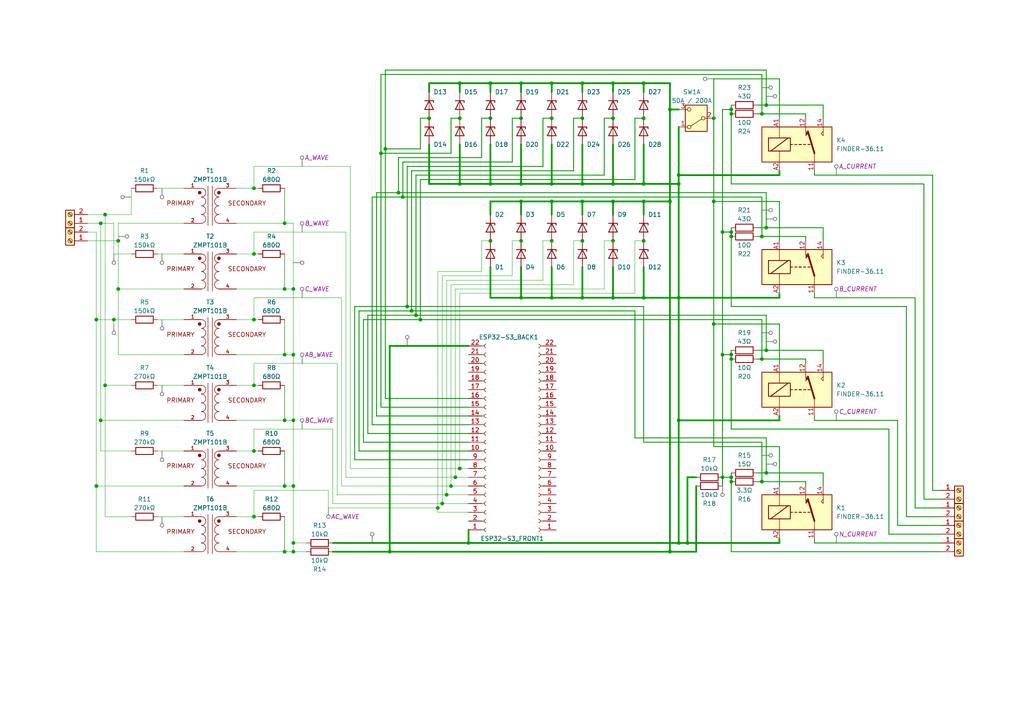
<source format=kicad_sch>
(kicad_sch (version 20230121) (generator eeschema)
  (paper "A4")
  (junction (at 207.01 58.42))
  (junction (at 212.09 139.7))
  (junction (at 212.09 104.14))
  (junction (at 130.81 140.97))
  (junction (at 222.25 66.04))
  (junction (at 133.35 34.29))
  (junction (at 209.55 102.87))
  (junction (at 177.8 34.29))
  (junction (at 132.08 138.43))
  (junction (at 142.24 34.29))
  (junction (at 34.29 69.85))
  (junction (at 142.24 69.85))
  (junction (at 222.25 137.16))
  (junction (at 29.21 121.92))
  (junction (at 209.55 67.31))
  (junction (at 73.66 111.76))
  (junction (at 168.91 34.29))
  (junction (at 177.8 53.34))
  (junction (at 82.55 102.87))
  (junction (at 168.91 69.85))
  (junction (at 128.27 146.05))
  (junction (at 186.69 86.36))
  (junction (at 133.35 53.34))
  (junction (at 82.55 121.92))
  (junction (at 160.02 24.13))
  (junction (at 186.69 34.29))
  (junction (at 151.13 34.29))
  (junction (at 199.39 157.48))
  (junction (at 186.69 24.13))
  (junction (at 186.69 69.85))
  (junction (at 151.13 58.42))
  (junction (at 177.8 86.36))
  (junction (at 212.09 68.58))
  (junction (at 212.09 102.87))
  (junction (at 116.84 57.15))
  (junction (at 85.09 121.92))
  (junction (at 177.8 24.13))
  (junction (at 133.35 24.13))
  (junction (at 194.31 160.02))
  (junction (at 220.98 33.02))
  (junction (at 85.09 140.97))
  (junction (at 212.09 31.75))
  (junction (at 110.49 44.45))
  (junction (at 85.09 83.82))
  (junction (at 168.91 58.42))
  (junction (at 212.09 138.43))
  (junction (at 151.13 24.13))
  (junction (at 151.13 53.34))
  (junction (at 196.85 53.34))
  (junction (at 27.94 92.71))
  (junction (at 85.09 160.02))
  (junction (at 33.02 92.71))
  (junction (at 29.21 64.77))
  (junction (at 151.13 69.85))
  (junction (at 85.09 102.87))
  (junction (at 196.85 50.8))
  (junction (at 82.55 83.82))
  (junction (at 212.09 67.31))
  (junction (at 135.89 157.48))
  (junction (at 222.25 30.48))
  (junction (at 220.98 68.58))
  (junction (at 177.8 69.85))
  (junction (at 124.46 34.29))
  (junction (at 220.98 104.14))
  (junction (at 160.02 34.29))
  (junction (at 207.01 93.98))
  (junction (at 160.02 58.42))
  (junction (at 194.31 31.75))
  (junction (at 222.25 101.6))
  (junction (at 73.66 92.71))
  (junction (at 73.66 149.86))
  (junction (at 73.66 54.61))
  (junction (at 73.66 130.81))
  (junction (at 168.91 86.36))
  (junction (at 82.55 140.97))
  (junction (at 121.92 92.71))
  (junction (at 186.69 53.34))
  (junction (at 111.76 43.18))
  (junction (at 142.24 24.13))
  (junction (at 160.02 69.85))
  (junction (at 120.65 91.44))
  (junction (at 27.94 140.97))
  (junction (at 113.03 160.02))
  (junction (at 119.38 90.17))
  (junction (at 212.09 33.02))
  (junction (at 118.11 88.9))
  (junction (at 186.69 58.42))
  (junction (at 34.29 83.82))
  (junction (at 177.8 58.42))
  (junction (at 196.85 86.36))
  (junction (at 168.91 24.13))
  (junction (at 129.54 143.51))
  (junction (at 30.48 62.23))
  (junction (at 30.48 111.76))
  (junction (at 115.57 55.88))
  (junction (at 85.09 157.48))
  (junction (at 82.55 64.77))
  (junction (at 160.02 86.36))
  (junction (at 82.55 160.02))
  (junction (at 160.02 53.34))
  (junction (at 127 147.32))
  (junction (at 196.85 157.48))
  (junction (at 209.55 138.43))
  (junction (at 196.85 121.92))
  (junction (at 133.35 135.89))
  (junction (at 151.13 86.36))
  (junction (at 168.91 53.34))
  (junction (at 220.98 139.7))
  (junction (at 207.01 34.29))
  (junction (at 194.31 58.42))
  (junction (at 73.66 73.66))
  (junction (at 142.24 53.34))
  (wire (pts (xy 68.58 149.86) (xy 73.66 149.86)) (stroke (width 0.1)))
  (wire (pts (xy 207.01 22.86) (xy 226.06 22.86)) (stroke (width 0.25)))
  (wire (pts (xy 186.69 88.9) (xy 118.11 88.9)) (stroke (width 0.25)))
  (wire (pts (xy 120.65 50.8) (xy 175.26 50.8)) (stroke (width 0.25)))
  (wire (pts (xy 238.76 101.6) (xy 222.25 101.6)) (stroke (width 0.25)))
  (wire (pts (xy 82.55 149.86) (xy 82.55 160.02)))
  (wire (pts (xy 212.09 88.9) (xy 262.89 88.9)) (stroke (width 0.25)))
  (wire (pts (xy 119.38 90.17) (xy 104.14 90.17)) (stroke (width 0.25)))
  (wire (pts (xy 68.58 160.02) (xy 82.55 160.02)) (stroke (width 0.1)))
  (wire (pts (xy 184.15 85.09) (xy 184.15 69.85)) (stroke (width 0.1)))
  (wire (pts (xy 212.09 138.43) (xy 212.09 139.7)) (stroke (width 0.25)))
  (wire (pts (xy 267.97 53.34) (xy 267.97 144.78)) (stroke (width 0.25)))
  (wire (pts (xy 34.29 102.87) (xy 53.34 102.87)) (stroke (width 0.1)))
  (wire (pts (xy 148.59 69.85) (xy 151.13 69.85)) (stroke (width 0.1)))
  (wire (pts (xy 220.98 139.7) (xy 219.71 139.7)) (stroke (width 0.25)))
  (wire (pts (xy 186.69 24.13) (xy 177.8 24.13)) (stroke (width 0.5)))
  (wire (pts (xy 73.66 67.31) (xy 100.33 67.31)) (stroke (width 0.1)))
  (wire (pts (xy 107.95 57.15) (xy 107.95 123.19)) (stroke (width 0.25)))
  (wire (pts (xy 29.21 64.77) (xy 29.21 121.92)) (stroke (width 0.1)))
  (wire (pts (xy 222.25 101.6) (xy 219.71 101.6)) (stroke (width 0.25)))
  (wire (pts (xy 139.7 69.85) (xy 142.24 69.85)) (stroke (width 0.1)))
  (wire (pts (xy 139.7 34.29) (xy 142.24 34.29)) (stroke (width 0.25)))
  (wire (pts (xy 85.09 121.92) (xy 82.55 121.92)) (stroke (width 0.1)))
  (wire (pts (xy 142.24 53.34) (xy 133.35 53.34)) (stroke (width 0.5)))
  (wire (pts (xy 168.91 58.42) (xy 168.91 62.23)) (stroke (width 0.5)))
  (wire (pts (xy 220.98 33.02) (xy 220.98 21.59)) (stroke (width 0.25)))
  (wire (pts (xy 209.55 138.43) (xy 209.55 140.97)))
  (wire (pts (xy 100.33 138.43) (xy 100.33 67.31)) (stroke (width 0.1)))
  (wire (pts (xy 34.29 64.77) (xy 34.29 69.85)) (stroke (width 0.1)))
  (wire (pts (xy 222.25 137.16) (xy 219.71 137.16)) (stroke (width 0.25)))
  (wire (pts (xy 128.27 146.05) (xy 96.52 146.05)) (stroke (width 0.1)))
  (wire (pts (xy 168.91 24.13) (xy 160.02 24.13)) (stroke (width 0.5)))
  (wire (pts (xy 151.13 41.91) (xy 151.13 53.34)) (stroke (width 0.5)))
  (wire (pts (xy 207.01 58.42) (xy 226.06 58.42)) (stroke (width 0.25)))
  (wire (pts (xy 68.58 130.81) (xy 73.66 130.81)) (stroke (width 0.1)))
  (wire (pts (xy 157.48 34.29) (xy 160.02 34.29)) (stroke (width 0.25)))
  (wire (pts (xy 177.8 86.36) (xy 177.8 77.47)) (stroke (width 0.5)))
  (wire (pts (xy 186.69 86.36) (xy 186.69 77.47)) (stroke (width 0.5)))
  (wire (pts (xy 207.01 34.29) (xy 207.01 58.42)) (stroke (width 0.25)))
  (wire (pts (xy 199.39 138.43) (xy 201.93 138.43)) (stroke (width 0.5)))
  (wire (pts (xy 127 148.59) (xy 135.89 148.59)) (stroke (width 0.1)))
  (wire (pts (xy 128.27 146.05) (xy 128.27 80.01)) (stroke (width 0.1)))
  (wire (pts (xy 260.35 152.4) (xy 273.05 152.4)) (stroke (width 0.25)))
  (wire (pts (xy 148.59 46.99) (xy 148.59 34.29)) (stroke (width 0.25)))
  (wire (pts (xy 142.24 24.13) (xy 142.24 26.67)) (stroke (width 0.5)))
  (wire (pts (xy 207.01 58.42) (xy 207.01 93.98)) (stroke (width 0.25)))
  (wire (pts (xy 127 78.74) (xy 139.7 78.74)) (stroke (width 0.1)))
  (wire (pts (xy 68.58 111.76) (xy 73.66 111.76)) (stroke (width 0.1)))
  (wire (pts (xy 135.89 140.97) (xy 130.81 140.97)) (stroke (width 0.1)))
  (wire (pts (xy 194.31 31.75) (xy 194.31 24.13)) (stroke (width 0.5)))
  (wire (pts (xy 33.02 73.66) (xy 38.1 73.66)) (stroke (width 0.1)))
  (wire (pts (xy 233.68 69.85) (xy 233.68 68.58)) (stroke (width 0.25)))
  (wire (pts (xy 132.08 83.82) (xy 175.26 83.82)) (stroke (width 0.1)))
  (wire (pts (xy 222.25 30.48) (xy 219.71 30.48)) (stroke (width 0.25)))
  (wire (pts (xy 119.38 90.17) (xy 119.38 49.53)) (stroke (width 0.25)))
  (wire (pts (xy 121.92 43.18) (xy 121.92 34.29)) (stroke (width 0.25)))
  (wire (pts (xy 95.25 142.24) (xy 95.25 147.32)) (stroke (width 0.1)))
  (wire (pts (xy 113.03 160.02) (xy 194.31 160.02)) (stroke (width 0.5)))
  (wire (pts (xy 96.52 157.48) (xy 135.89 157.48)) (stroke (width 0.5)))
  (wire (pts (xy 27.94 92.71) (xy 27.94 140.97)) (stroke (width 0.1)))
  (wire (pts (xy 82.55 140.97) (xy 68.58 140.97)) (stroke (width 0.1)))
  (wire (pts (xy 121.92 92.71) (xy 105.41 92.71)) (stroke (width 0.25)))
  (wire (pts (xy 102.87 133.35) (xy 135.89 133.35)) (stroke (width 0.25)))
  (wire (pts (xy 168.91 53.34) (xy 168.91 41.91)) (stroke (width 0.5)))
  (wire (pts (xy 196.85 86.36) (xy 226.06 86.36)) (stroke (width 0.5)))
  (wire (pts (xy 85.09 64.77) (xy 85.09 83.82)) (stroke (width 0.1)))
  (wire (pts (xy 118.11 88.9) (xy 118.11 48.26)) (stroke (width 0.25)))
  (wire (pts (xy 186.69 128.27) (xy 186.69 88.9)) (stroke (width 0.25)))
  (wire (pts (xy 73.66 142.24) (xy 73.66 149.86)) (stroke (width 0.1)))
  (wire (pts (xy 45.72 92.71) (xy 53.34 92.71)) (stroke (width 0.1)))
  (wire (pts (xy 120.65 91.44) (xy 106.68 91.44)) (stroke (width 0.25)))
  (wire (pts (xy 151.13 24.13) (xy 151.13 26.67)) (stroke (width 0.5)))
  (wire (pts (xy 111.76 115.57) (xy 135.89 115.57)) (stroke (width 0.25)))
  (wire (pts (xy 85.09 121.92) (xy 85.09 140.97)) (stroke (width 0.1)))
  (wire (pts (xy 121.92 92.71) (xy 121.92 52.07)) (stroke (width 0.25)))
  (wire (pts (xy 220.98 104.14) (xy 219.71 104.14)) (stroke (width 0.25)))
  (wire (pts (xy 30.48 62.23) (xy 38.1 62.23)) (stroke (width 0.1)))
  (wire (pts (xy 265.43 147.32) (xy 273.05 147.32)) (stroke (width 0.25)))
  (wire (pts (xy 45.72 111.76) (xy 53.34 111.76)) (stroke (width 0.1)))
  (wire (pts (xy 118.11 88.9) (xy 102.87 88.9)) (stroke (width 0.25)))
  (wire (pts (xy 82.55 83.82) (xy 68.58 83.82)) (stroke (width 0.1)))
  (wire (pts (xy 110.49 118.11) (xy 135.89 118.11)) (stroke (width 0.25)))
  (wire (pts (xy 207.01 93.98) (xy 207.01 129.54)) (stroke (width 0.25)))
  (wire (pts (xy 222.25 127) (xy 184.15 127)) (stroke (width 0.25)))
  (wire (pts (xy 88.9 157.48) (xy 85.09 157.48)) (stroke (width 0.1)))
  (wire (pts (xy 236.22 121.92) (xy 260.35 121.92)) (stroke (width 0.25)))
  (wire (pts (xy 212.09 66.04) (xy 212.09 67.31)) (stroke (width 0.25)))
  (wire (pts (xy 133.35 85.09) (xy 184.15 85.09)) (stroke (width 0.1)))
  (wire (pts (xy 209.55 140.97) (xy 209.55 138.43)) (stroke (width 0.25)))
  (wire (pts (xy 34.29 83.82) (xy 53.34 83.82)) (stroke (width 0.1)))
  (wire (pts (xy 151.13 53.34) (xy 142.24 53.34)) (stroke (width 0.5)))
  (wire (pts (xy 160.02 53.34) (xy 151.13 53.34)) (stroke (width 0.5)))
  (wire (pts (xy 184.15 127) (xy 184.15 90.17)) (stroke (width 0.25)))
  (wire (pts (xy 88.9 160.02) (xy 85.09 160.02)) (stroke (width 0.1)))
  (wire (pts (xy 212.09 104.14) (xy 212.09 102.87)))
  (wire (pts (xy 186.69 53.34) (xy 186.69 41.91)) (stroke (width 0.5)))
  (wire (pts (xy 186.69 58.42) (xy 186.69 62.23)) (stroke (width 0.5)))
  (wire (pts (xy 212.09 68.58) (xy 212.09 88.9)) (stroke (width 0.25)))
  (wire (pts (xy 116.84 57.15) (xy 116.84 46.99)) (stroke (width 0.25)))
  (wire (pts (xy 124.46 24.13) (xy 124.46 26.67)) (stroke (width 0.5)))
  (wire (pts (xy 82.55 64.77) (xy 68.58 64.77)) (stroke (width 0.1)))
  (wire (pts (xy 220.98 128.27) (xy 186.69 128.27)) (stroke (width 0.25)))
  (wire (pts (xy 128.27 80.01) (xy 148.59 80.01)) (stroke (width 0.1)))
  (wire (pts (xy 196.85 53.34) (xy 196.85 86.36)) (stroke (width 0.5)))
  (wire (pts (xy 73.66 48.26) (xy 101.6 48.26)) (stroke (width 0.1)))
  (wire (pts (xy 177.8 58.42) (xy 177.8 62.23)) (stroke (width 0.5)))
  (wire (pts (xy 265.43 86.36) (xy 265.43 147.32)) (stroke (width 0.25)))
  (wire (pts (xy 220.98 21.59) (xy 110.49 21.59)) (stroke (width 0.25)))
  (wire (pts (xy 30.48 111.76) (xy 30.48 149.86)) (stroke (width 0.1)))
  (wire (pts (xy 85.09 102.87) (xy 85.09 121.92)) (stroke (width 0.1)))
  (wire (pts (xy 73.66 67.31) (xy 73.66 73.66)) (stroke (width 0.1)))
  (wire (pts (xy 186.69 53.34) (xy 196.85 53.34)) (stroke (width 0.5)))
  (wire (pts (xy 132.08 138.43) (xy 100.33 138.43)) (stroke (width 0.1)))
  (wire (pts (xy 139.7 78.74) (xy 139.7 69.85)) (stroke (width 0.1)))
  (wire (pts (xy 142.24 41.91) (xy 142.24 53.34)) (stroke (width 0.5)))
  (wire (pts (xy 34.29 64.77) (xy 53.34 64.77)) (stroke (width 0.1)))
  (wire (pts (xy 130.81 44.45) (xy 130.81 34.29)) (stroke (width 0.25)))
  (wire (pts (xy 133.35 135.89) (xy 135.89 135.89)) (stroke (width 0.1)))
  (wire (pts (xy 73.66 105.41) (xy 97.79 105.41)) (stroke (width 0.1)))
  (wire (pts (xy 45.72 149.86) (xy 53.34 149.86)) (stroke (width 0.1)))
  (wire (pts (xy 106.68 125.73) (xy 135.89 125.73)) (stroke (width 0.25)))
  (wire (pts (xy 236.22 85.09) (xy 236.22 86.36)) (stroke (width 0.25)))
  (wire (pts (xy 160.02 58.42) (xy 160.02 62.23)) (stroke (width 0.5)))
  (wire (pts (xy 220.98 33.02) (xy 219.71 33.02)) (stroke (width 0.25)))
  (wire (pts (xy 168.91 58.42) (xy 177.8 58.42)) (stroke (width 0.5)))
  (wire (pts (xy 212.09 33.02) (xy 212.09 53.34)) (stroke (width 0.25)))
  (wire (pts (xy 129.54 81.28) (xy 157.48 81.28)) (stroke (width 0.1)))
  (wire (pts (xy 209.55 138.43) (xy 209.55 102.87)) (stroke (width 0.25)))
  (wire (pts (xy 262.89 88.9) (xy 262.89 149.86)) (stroke (width 0.25)))
  (wire (pts (xy 212.09 104.14) (xy 212.09 102.87)) (stroke (width 0.25)))
  (wire (pts (xy 73.66 48.26) (xy 73.66 54.61)) (stroke (width 0.1)))
  (wire (pts (xy 73.66 86.36) (xy 99.06 86.36)) (stroke (width 0.1)))
  (wire (pts (xy 33.02 93.98) (xy 33.02 92.71)) (stroke (width 0.1)))
  (wire (pts (xy 73.66 105.41) (xy 73.66 111.76)) (stroke (width 0.1)))
  (wire (pts (xy 166.37 82.55) (xy 166.37 69.85)) (stroke (width 0.1)))
  (wire (pts (xy 196.85 50.8) (xy 196.85 53.34)) (stroke (width 0.5)))
  (wire (pts (xy 212.09 104.14) (xy 212.09 124.46)) (stroke (width 0.25)))
  (wire (pts (xy 177.8 53.34) (xy 168.91 53.34)) (stroke (width 0.5)))
  (wire (pts (xy 82.55 92.71) (xy 82.55 102.87)))
  (wire (pts (xy 130.81 140.97) (xy 99.06 140.97)) (stroke (width 0.1)))
  (wire (pts (xy 238.76 137.16) (xy 222.25 137.16)) (stroke (width 0.25)))
  (wire (pts (xy 166.37 34.29) (xy 168.91 34.29)) (stroke (width 0.25)))
  (wire (pts (xy 209.55 102.87) (xy 212.09 102.87)) (stroke (width 0.25)))
  (wire (pts (xy 151.13 58.42) (xy 160.02 58.42)) (stroke (width 0.5)))
  (wire (pts (xy 209.55 138.43) (xy 212.09 138.43)) (stroke (width 0.25)))
  (wire (pts (xy 129.54 143.51) (xy 129.54 81.28)) (stroke (width 0.1)))
  (wire (pts (xy 130.81 82.55) (xy 166.37 82.55)) (stroke (width 0.1)))
  (wire (pts (xy 238.76 69.85) (xy 238.76 66.04)) (stroke (width 0.25)))
  (wire (pts (xy 212.09 53.34) (xy 267.97 53.34)) (stroke (width 0.25)))
  (wire (pts (xy 194.31 31.75) (xy 194.31 58.42)) (stroke (width 0.5)))
  (wire (pts (xy 236.22 49.53) (xy 236.22 50.8)) (stroke (width 0.25)))
  (wire (pts (xy 30.48 62.23) (xy 30.48 111.76)) (stroke (width 0.1)))
  (wire (pts (xy 105.41 128.27) (xy 135.89 128.27)) (stroke (width 0.25)))
  (wire (pts (xy 73.66 124.46) (xy 96.52 124.46)) (stroke (width 0.1)))
  (wire (pts (xy 196.85 157.48) (xy 196.85 121.92)) (stroke (width 0.5)))
  (wire (pts (xy 120.65 91.44) (xy 120.65 50.8)) (stroke (width 0.25)))
  (wire (pts (xy 226.06 22.86) (xy 226.06 34.29)) (stroke (width 0.25)))
  (wire (pts (xy 270.51 50.8) (xy 270.51 142.24)) (stroke (width 0.25)))
  (wire (pts (xy 132.08 138.43) (xy 132.08 83.82)) (stroke (width 0.1)))
  (wire (pts (xy 142.24 86.36) (xy 151.13 86.36)) (stroke (width 0.5)))
  (wire (pts (xy 236.22 157.48) (xy 273.05 157.48)) (stroke (width 0.25)))
  (wire (pts (xy 133.35 24.13) (xy 124.46 24.13)) (stroke (width 0.5)))
  (wire (pts (xy 85.09 83.82) (xy 82.55 83.82)) (stroke (width 0.1)))
  (wire (pts (xy 212.09 68.58) (xy 212.09 67.31)))
  (wire (pts (xy 177.8 41.91) (xy 177.8 53.34)) (stroke (width 0.5)))
  (wire (pts (xy 273.05 160.02) (xy 269.24 160.02)))
  (wire (pts (xy 73.66 92.71) (xy 74.93 92.71)) (stroke (width 0.1)))
  (wire (pts (xy 226.06 86.36) (xy 226.06 85.09)) (stroke (width 0.5)))
  (wire (pts (xy 27.94 92.71) (xy 33.02 92.71)) (stroke (width 0.1)))
  (wire (pts (xy 27.94 160.02) (xy 53.34 160.02)) (stroke (width 0.1)))
  (wire (pts (xy 85.09 157.48) (xy 85.09 160.02)) (stroke (width 0.1)))
  (wire (pts (xy 209.55 67.31) (xy 209.55 31.75)) (stroke (width 0.25)))
  (wire (pts (xy 168.91 24.13) (xy 168.91 26.67)) (stroke (width 0.5)))
  (wire (pts (xy 25.4 64.77) (xy 29.21 64.77)) (stroke (width 0.1)))
  (wire (pts (xy 175.26 69.85) (xy 177.8 69.85)) (stroke (width 0.1)))
  (wire (pts (xy 157.48 48.26) (xy 157.48 34.29)) (stroke (width 0.25)))
  (wire (pts (xy 196.85 157.48) (xy 199.39 157.48)) (stroke (width 0.5)))
  (wire (pts (xy 105.41 92.71) (xy 105.41 128.27)) (stroke (width 0.25)))
  (wire (pts (xy 209.55 31.75) (xy 212.09 31.75)) (stroke (width 0.25)))
  (wire (pts (xy 127 147.32) (xy 127 148.59)) (stroke (width 0.1)))
  (wire (pts (xy 207.01 34.29) (xy 207.01 41.91)))
  (wire (pts (xy 196.85 86.36) (xy 186.69 86.36)) (stroke (width 0.5)))
  (wire (pts (xy 175.26 34.29) (xy 177.8 34.29)) (stroke (width 0.25)))
  (wire (pts (xy 133.35 53.34) (xy 133.35 41.91)) (stroke (width 0.5)))
  (wire (pts (xy 233.68 139.7) (xy 220.98 139.7)) (stroke (width 0.25)))
  (wire (pts (xy 184.15 90.17) (xy 119.38 90.17)) (stroke (width 0.25)))
  (wire (pts (xy 236.22 50.8) (xy 270.51 50.8)) (stroke (width 0.25)))
  (wire (pts (xy 85.09 64.77) (xy 82.55 64.77)) (stroke (width 0.1)))
  (wire (pts (xy 133.35 53.34) (xy 124.46 53.34)) (stroke (width 0.5)))
  (wire (pts (xy 212.09 139.7) (xy 212.09 138.43)))
  (wire (pts (xy 212.09 101.6) (xy 212.09 102.87)) (stroke (width 0.25)))
  (wire (pts (xy 116.84 46.99) (xy 148.59 46.99)) (stroke (width 0.25)))
  (wire (pts (xy 220.98 104.14) (xy 220.98 92.71)) (stroke (width 0.25)))
  (wire (pts (xy 220.98 68.58) (xy 219.71 68.58)) (stroke (width 0.25)))
  (wire (pts (xy 177.8 24.13) (xy 177.8 26.67)) (stroke (width 0.5)))
  (wire (pts (xy 157.48 69.85) (xy 160.02 69.85)) (stroke (width 0.1)))
  (wire (pts (xy 29.21 121.92) (xy 29.21 130.81)) (stroke (width 0.1)))
  (wire (pts (xy 220.98 57.15) (xy 116.84 57.15)) (stroke (width 0.25)))
  (wire (pts (xy 118.11 48.26) (xy 157.48 48.26)) (stroke (width 0.25)))
  (wire (pts (xy 184.15 34.29) (xy 186.69 34.29)) (stroke (width 0.25)))
  (wire (pts (xy 110.49 44.45) (xy 110.49 118.11)) (stroke (width 0.25)))
  (wire (pts (xy 129.54 143.51) (xy 97.79 143.51)) (stroke (width 0.1)))
  (wire (pts (xy 233.68 105.41) (xy 233.68 104.14)) (stroke (width 0.25)))
  (wire (pts (xy 96.52 160.02) (xy 113.03 160.02)) (stroke (width 0.5)))
  (wire (pts (xy 236.22 86.36) (xy 265.43 86.36)) (stroke (width 0.25)))
  (wire (pts (xy 222.25 55.88) (xy 222.25 66.04)) (stroke (width 0.25)))
  (wire (pts (xy 238.76 66.04) (xy 222.25 66.04)) (stroke (width 0.25)))
  (wire (pts (xy 212.09 160.02) (xy 273.05 160.02)) (stroke (width 0.25)))
  (wire (pts (xy 104.14 130.81) (xy 135.89 130.81)) (stroke (width 0.25)))
  (wire (pts (xy 186.69 58.42) (xy 194.31 58.42)) (stroke (width 0.5)))
  (wire (pts (xy 222.25 66.04) (xy 219.71 66.04)) (stroke (width 0.25)))
  (wire (pts (xy 104.14 90.17) (xy 104.14 130.81)) (stroke (width 0.25)))
  (wire (pts (xy 101.6 135.89) (xy 133.35 135.89)) (stroke (width 0.1)))
  (wire (pts (xy 222.25 91.44) (xy 120.65 91.44)) (stroke (width 0.25)))
  (wire (pts (xy 233.68 68.58) (xy 220.98 68.58)) (stroke (width 0.25)))
  (wire (pts (xy 220.98 92.71) (xy 121.92 92.71)) (stroke (width 0.25)))
  (wire (pts (xy 207.01 93.98) (xy 226.06 93.98)) (stroke (width 0.25)))
  (wire (pts (xy 30.48 149.86) (xy 38.1 149.86)) (stroke (width 0.1)))
  (wire (pts (xy 207.01 129.54) (xy 226.06 129.54)) (stroke (width 0.25)))
  (wire (pts (xy 85.09 102.87) (xy 82.55 102.87)) (stroke (width 0.1)))
  (wire (pts (xy 226.06 129.54) (xy 226.06 140.97)) (stroke (width 0.25)))
  (wire (pts (xy 107.95 123.19) (xy 135.89 123.19)) (stroke (width 0.25)))
  (wire (pts (xy 82.55 102.87) (xy 68.58 102.87)) (stroke (width 0.1)))
  (wire (pts (xy 151.13 58.42) (xy 151.13 62.23)) (stroke (width 0.5)))
  (wire (pts (xy 212.09 137.16) (xy 212.09 138.43)) (stroke (width 0.25)))
  (wire (pts (xy 68.58 92.71) (xy 73.66 92.71)) (stroke (width 0.1)))
  (wire (pts (xy 238.76 140.97) (xy 238.76 137.16)) (stroke (width 0.25)))
  (wire (pts (xy 139.7 45.72) (xy 139.7 34.29)) (stroke (width 0.25)))
  (wire (pts (xy 73.66 130.81) (xy 74.93 130.81)) (stroke (width 0.1)))
  (wire (pts (xy 220.98 139.7) (xy 220.98 128.27)) (stroke (width 0.25)))
  (wire (pts (xy 127 147.32) (xy 127 78.74)) (stroke (width 0.1)))
  (wire (pts (xy 113.03 100.33) (xy 113.03 160.02)) (stroke (width 0.5)))
  (wire (pts (xy 115.57 55.88) (xy 109.22 55.88)) (stroke (width 0.25)))
  (wire (pts (xy 196.85 121.92) (xy 226.06 121.92)) (stroke (width 0.5)))
  (wire (pts (xy 85.09 83.82) (xy 85.09 102.87)) (stroke (width 0.1)))
  (wire (pts (xy 222.25 30.48) (xy 222.25 20.32)) (stroke (width 0.25)))
  (wire (pts (xy 238.76 105.41) (xy 238.76 101.6)) (stroke (width 0.25)))
  (wire (pts (xy 109.22 55.88) (xy 109.22 120.65)) (stroke (width 0.25)))
  (wire (pts (xy 82.55 73.66) (xy 82.55 83.82)))
  (wire (pts (xy 233.68 33.02) (xy 220.98 33.02)) (stroke (width 0.25)))
  (wire (pts (xy 111.76 43.18) (xy 111.76 115.57)) (stroke (width 0.25)))
  (wire (pts (xy 236.22 157.48) (xy 236.22 156.21)) (stroke (width 0.25)))
  (wire (pts (xy 160.02 41.91) (xy 160.02 53.34)) (stroke (width 0.5)))
  (wire (pts (xy 142.24 58.42) (xy 151.13 58.42)) (stroke (width 0.5)))
  (wire (pts (xy 29.21 64.77) (xy 33.02 64.77)) (stroke (width 0.1)))
  (wire (pts (xy 267.97 144.78) (xy 273.05 144.78)) (stroke (width 0.25)))
  (wire (pts (xy 194.31 24.13) (xy 186.69 24.13)) (stroke (width 0.5)))
  (wire (pts (xy 95.25 147.32) (xy 127 147.32)) (stroke (width 0.1)))
  (wire (pts (xy 207.01 22.86) (xy 207.01 34.29)) (stroke (width 0.25)))
  (wire (pts (xy 160.02 86.36) (xy 168.91 86.36)) (stroke (width 0.5)))
  (wire (pts (xy 260.35 121.92) (xy 260.35 152.4)) (stroke (width 0.25)))
  (wire (pts (xy 111.76 20.32) (xy 111.76 43.18)) (stroke (width 0.25)))
  (wire (pts (xy 135.89 153.67) (xy 135.89 157.48)) (stroke (width 0.5)))
  (wire (pts (xy 212.09 139.7) (xy 212.09 160.02)) (stroke (width 0.25)))
  (wire (pts (xy 142.24 58.42) (xy 142.24 62.23)) (stroke (width 0.5)))
  (wire (pts (xy 222.25 137.16) (xy 222.25 127)) (stroke (width 0.25)))
  (wire (pts (xy 45.72 73.66) (xy 53.34 73.66)) (stroke (width 0.1)))
  (wire (pts (xy 27.94 92.71) (xy 27.94 67.31)) (stroke (width 0.1)))
  (wire (pts (xy 115.57 55.88) (xy 115.57 45.72)) (stroke (width 0.25)))
  (wire (pts (xy 130.81 34.29) (xy 133.35 34.29)) (stroke (width 0.25)))
  (wire (pts (xy 233.68 34.29) (xy 233.68 33.02)) (stroke (width 0.25)))
  (wire (pts (xy 222.25 55.88) (xy 115.57 55.88)) (stroke (width 0.25)))
  (wire (pts (xy 212.09 30.48) (xy 212.09 31.75)) (stroke (width 0.25)))
  (wire (pts (xy 151.13 86.36) (xy 160.02 86.36)) (stroke (width 0.5)))
  (wire (pts (xy 135.89 143.51) (xy 129.54 143.51)) (stroke (width 0.1)))
  (wire (pts (xy 25.4 69.85) (xy 34.29 69.85)) (stroke (width 0.1)))
  (wire (pts (xy 212.09 67.31) (xy 212.09 68.58)) (stroke (width 0.25)))
  (wire (pts (xy 82.55 160.02) (xy 85.09 160.02)) (stroke (width 0.1)))
  (wire (pts (xy 196.85 50.8) (xy 226.06 50.8)) (stroke (width 0.5)))
  (wire (pts (xy 194.31 58.42) (xy 194.31 160.02)) (stroke (width 0.5)))
  (wire (pts (xy 25.4 62.23) (xy 30.48 62.23)) (stroke (width 0.1)))
  (wire (pts (xy 29.21 121.92) (xy 53.34 121.92)) (stroke (width 0.1)))
  (wire (pts (xy 222.25 101.6) (xy 222.25 91.44)) (stroke (width 0.25)))
  (wire (pts (xy 148.59 80.01) (xy 148.59 69.85)) (stroke (width 0.1)))
  (wire (pts (xy 168.91 86.36) (xy 177.8 86.36)) (stroke (width 0.5)))
  (wire (pts (xy 133.35 135.89) (xy 133.35 85.09)) (stroke (width 0.1)))
  (wire (pts (xy 196.85 86.36) (xy 196.85 121.92)) (stroke (width 0.5)))
  (wire (pts (xy 177.8 24.13) (xy 168.91 24.13)) (stroke (width 0.5)))
  (wire (pts (xy 111.76 43.18) (xy 121.92 43.18)) (stroke (width 0.25)))
  (wire (pts (xy 186.69 24.13) (xy 186.69 26.67)) (stroke (width 0.5)))
  (wire (pts (xy 97.79 143.51) (xy 97.79 105.41)) (stroke (width 0.1)))
  (wire (pts (xy 119.38 49.53) (xy 166.37 49.53)) (stroke (width 0.25)))
  (wire (pts (xy 73.66 86.36) (xy 73.66 92.71)) (stroke (width 0.1)))
  (wire (pts (xy 160.02 86.36) (xy 160.02 77.47)) (stroke (width 0.5)))
  (wire (pts (xy 29.21 130.81) (xy 38.1 130.81)) (stroke (width 0.1)))
  (wire (pts (xy 233.68 140.97) (xy 233.68 139.7)) (stroke (width 0.25)))
  (wire (pts (xy 82.55 121.92) (xy 68.58 121.92)) (stroke (width 0.1)))
  (wire (pts (xy 168.91 53.34) (xy 160.02 53.34)) (stroke (width 0.5)))
  (wire (pts (xy 68.58 73.66) (xy 73.66 73.66)) (stroke (width 0.1)))
  (wire (pts (xy 270.51 142.24) (xy 273.05 142.24)) (stroke (width 0.25)))
  (wire (pts (xy 133.35 24.13) (xy 133.35 26.67)) (stroke (width 0.5)))
  (wire (pts (xy 226.06 121.92) (xy 226.06 120.65)) (stroke (width 0.5)))
  (wire (pts (xy 148.59 34.29) (xy 151.13 34.29)) (stroke (width 0.25)))
  (wire (pts (xy 142.24 24.13) (xy 133.35 24.13)) (stroke (width 0.5)))
  (wire (pts (xy 121.92 34.29) (xy 124.46 34.29)) (stroke (width 0.25)))
  (wire (pts (xy 226.06 93.98) (xy 226.06 105.41)) (stroke (width 0.25)))
  (wire (pts (xy 142.24 86.36) (xy 142.24 77.47)) (stroke (width 0.5)))
  (wire (pts (xy 99.06 140.97) (xy 99.06 86.36)) (stroke (width 0.1)))
  (wire (pts (xy 85.09 140.97) (xy 82.55 140.97)) (stroke (width 0.1)))
  (wire (pts (xy 85.09 140.97) (xy 85.09 157.48)) (stroke (width 0.1)))
  (wire (pts (xy 177.8 86.36) (xy 186.69 86.36)) (stroke (width 0.5)))
  (wire (pts (xy 233.68 104.14) (xy 220.98 104.14)) (stroke (width 0.25)))
  (wire (pts (xy 73.66 124.46) (xy 73.66 130.81)) (stroke (width 0.1)))
  (wire (pts (xy 209.55 67.31) (xy 209.55 102.87)) (stroke (width 0.25)))
  (wire (pts (xy 68.58 54.61) (xy 73.66 54.61)) (stroke (width 0.1)))
  (wire (pts (xy 199.39 138.43) (xy 199.39 157.48)) (stroke (width 0.5)))
  (wire (pts (xy 45.72 54.61) (xy 53.34 54.61)) (stroke (width 0.1)))
  (wire (pts (xy 273.05 157.48) (xy 269.24 157.48)))
  (wire (pts (xy 186.69 53.34) (xy 177.8 53.34)) (stroke (width 0.5)))
  (wire (pts (xy 262.89 149.86) (xy 273.05 149.86)) (stroke (width 0.25)))
  (wire (pts (xy 238.76 30.48) (xy 222.25 30.48)) (stroke (width 0.25)))
  (wire (pts (xy 73.66 149.86) (xy 74.93 149.86)) (stroke (width 0.1)))
  (wire (pts (xy 209.55 67.31) (xy 212.09 67.31)) (stroke (width 0.25)))
  (wire (pts (xy 102.87 88.9) (xy 102.87 133.35)) (stroke (width 0.25)))
  (wire (pts (xy 130.81 140.97) (xy 130.81 82.55)) (stroke (width 0.1)))
  (wire (pts (xy 184.15 52.07) (xy 184.15 34.29)) (stroke (width 0.25)))
  (wire (pts (xy 135.89 157.48) (xy 196.85 157.48)) (stroke (width 0.5)))
  (wire (pts (xy 226.06 50.8) (xy 226.06 49.53)) (stroke (width 0.5)))
  (wire (pts (xy 27.94 67.31) (xy 25.4 67.31)) (stroke (width 0.1)))
  (wire (pts (xy 95.25 142.24) (xy 73.66 142.24)) (stroke (width 0.1)))
  (wire (pts (xy 135.89 138.43) (xy 132.08 138.43)) (stroke (width 0.1)))
  (wire (pts (xy 73.66 111.76) (xy 74.93 111.76)) (stroke (width 0.1)))
  (wire (pts (xy 212.09 124.46) (xy 257.81 124.46)) (stroke (width 0.25)))
  (wire (pts (xy 45.72 130.81) (xy 53.34 130.81)) (stroke (width 0.1)))
  (wire (pts (xy 73.66 54.61) (xy 74.93 54.61)) (stroke (width 0.1)))
  (wire (pts (xy 135.89 146.05) (xy 128.27 146.05)) (stroke (width 0.1)))
  (wire (pts (xy 238.76 34.29) (xy 238.76 30.48)) (stroke (width 0.25)))
  (wire (pts (xy 212.09 33.02) (xy 212.09 31.75)))
  (wire (pts (xy 201.93 140.97) (xy 201.93 160.02)) (stroke (width 0.5)))
  (wire (pts (xy 27.94 140.97) (xy 27.94 160.02)) (stroke (width 0.1)))
  (wire (pts (xy 226.06 157.48) (xy 226.06 156.21)) (stroke (width 0.5)))
  (wire (pts (xy 34.29 69.85) (xy 34.29 83.82)) (stroke (width 0.1)))
  (wire (pts (xy 212.09 31.75) (xy 212.09 33.02)) (stroke (width 0.25)))
  (wire (pts (xy 27.94 140.97) (xy 53.34 140.97)) (stroke (width 0.1)))
  (wire (pts (xy 115.57 45.72) (xy 139.7 45.72)) (stroke (width 0.25)))
  (wire (pts (xy 220.98 57.15) (xy 220.98 68.58)) (stroke (width 0.25)))
  (wire (pts (xy 157.48 81.28) (xy 157.48 69.85)) (stroke (width 0.1)))
  (wire (pts (xy 82.55 54.61) (xy 82.55 64.77)))
  (wire (pts (xy 73.66 73.66) (xy 74.93 73.66)) (stroke (width 0.1)))
  (wire (pts (xy 110.49 21.59) (xy 110.49 44.45)) (stroke (width 0.25)))
  (wire (pts (xy 33.02 92.71) (xy 38.1 92.71)) (stroke (width 0.1)))
  (wire (pts (xy 166.37 69.85) (xy 168.91 69.85)) (stroke (width 0.1)))
  (wire (pts (xy 166.37 49.53) (xy 166.37 34.29)) (stroke (width 0.25)))
  (wire (pts (xy 33.02 64.77) (xy 33.02 73.66)) (stroke (width 0.1)))
  (wire (pts (xy 121.92 52.07) (xy 184.15 52.07)) (stroke (width 0.25)))
  (wire (pts (xy 116.84 57.15) (xy 107.95 57.15)) (stroke (width 0.25)))
  (wire (pts (xy 222.25 20.32) (xy 111.76 20.32)) (stroke (width 0.25)))
  (wire (pts (xy 175.26 83.82) (xy 175.26 69.85)) (stroke (width 0.1)))
  (wire (pts (xy 38.1 62.23) (xy 38.1 54.61)) (stroke (width 0.1)))
  (wire (pts (xy 175.26 50.8) (xy 175.26 34.29)) (stroke (width 0.25)))
  (wire (pts (xy 113.03 100.33) (xy 135.89 100.33)) (stroke (width 0.5)))
  (wire (pts (xy 199.39 157.48) (xy 226.06 157.48)) (stroke (width 0.5)))
  (wire (pts (xy 194.31 31.75) (xy 196.85 31.75)) (stroke (width 0.5)))
  (wire (pts (xy 160.02 24.13) (xy 151.13 24.13)) (stroke (width 0.5)))
  (wire (pts (xy 168.91 86.36) (xy 168.91 77.47)) (stroke (width 0.5)))
  (wire (pts (xy 124.46 41.91) (xy 124.46 53.34)) (stroke (width 0.5)))
  (wire (pts (xy 151.13 24.13) (xy 142.24 24.13)) (stroke (width 0.5)))
  (wire (pts (xy 82.55 130.81) (xy 82.55 140.97)))
  (wire (pts (xy 194.31 160.02) (xy 201.93 160.02)) (stroke (width 0.5)))
  (wire (pts (xy 110.49 44.45) (xy 130.81 44.45)) (stroke (width 0.25)))
  (wire (pts (xy 236.22 120.65) (xy 236.22 121.92)) (stroke (width 0.25)))
  (wire (pts (xy 226.06 58.42) (xy 226.06 69.85)) (stroke (width 0.25)))
  (wire (pts (xy 160.02 58.42) (xy 168.91 58.42)) (stroke (width 0.5)))
  (wire (pts (xy 257.81 124.46) (xy 257.81 154.94)) (stroke (width 0.25)))
  (wire (pts (xy 82.55 111.76) (xy 82.55 121.92)))
  (wire (pts (xy 196.85 36.83) (xy 196.85 50.8)) (stroke (width 0.5)))
  (wire (pts (xy 160.02 24.13) (xy 160.02 26.67)) (stroke (width 0.5)))
  (wire (pts (xy 109.22 120.65) (xy 135.89 120.65)) (stroke (width 0.25)))
  (wire (pts (xy 177.8 58.42) (xy 186.69 58.42)) (stroke (width 0.5)))
  (wire (pts (xy 101.6 48.26) (xy 101.6 135.89)) (stroke (width 0.1)))
  (wire (pts (xy 151.13 86.36) (xy 151.13 77.47)) (stroke (width 0.5)))
  (wire (pts (xy 34.29 102.87) (xy 34.29 83.82)) (stroke (width 0.1)))
  (wire (pts (xy 30.48 111.76) (xy 38.1 111.76)) (stroke (width 0.1)))
  (wire (pts (xy 184.15 69.85) (xy 186.69 69.85)) (stroke (width 0.1)))
  (wire (pts (xy 257.81 154.94) (xy 273.05 154.94)) (stroke (width 0.25)))
  (wire (pts (xy 96.52 146.05) (xy 96.52 124.46)) (stroke (width 0.1)))
  (wire (pts (xy 106.68 91.44) (xy 106.68 125.73)) (stroke (width 0.25)))
  (netclass_flag "" (length 2.54) (shape round) (at 242.57 50.8 0) (property "Netclass" "A_CURRENT" (at 243.2685 48.26 0) (effects (font italic) (justify left))))
  (netclass_flag "" (length 2.54) (shape round) (at 46.99 149.86 180) (property "Netclass" "T6_IN" (effects hide)))
  (netclass_flag "" (length 2.54) (shape round) (at 222.25 134.62 270) (property "Netclass" "N_CURRENT_150A" (effects hide)))
  (netclass_flag "" (length 2.54) (shape round) (at 87.63 48.26 0) (property "Netclass" "A_WAVE" (at 88.3285 45.72 0) (effects (font italic) (justify left))))
  (netclass_flag "" (length 2.54) (shape round) (at 46.99 54.61 180) (property "Netclass" "T1_LINE_IN" (effects hide)))
  (netclass_flag "" (length 2.54) (shape round) (at 107.95 157.48 0) (property "Netclass" "GND" (effects hide)))
  (netclass_flag "" (length 2.54) (shape round) (at 207.01 22.86 90) (property "Netclass" "SELECT_CURRENT_LIMIT" (effects hide)))
  (netclass_flag "" (length 2.54) (shape round) (at 33.02 93.98 180) (property "Netclass" "C_LINE" (effects hide)))
  (netclass_flag "" (length 2.54) (shape round) (at 87.63 105.41 0) (property "Netclass" "AB_WAVE" (at 88.3285 102.87 0) (effects (font italic) (justify left))))
  (netclass_flag "" (length 2.54) (shape round) (at 46.99 92.71 180) (property "Netclass" "T3_LINE_IN" (effects hide)))
  (netclass_flag "" (length 2.54) (shape round) (at 220.98 60.96 270) (property "Netclass" "B_CURRENT_200A" (effects hide)))
  (netclass_flag "" (length 2.54) (shape round) (at 209.55 140.97 180) (property "Netclass" "V_REF_C" (effects hide)))
  (netclass_flag "" (length 2.54) (shape round) (at 220.98 96.52 270) (property "Netclass" "C_CURRENT_200A" (effects hide)))
  (netclass_flag "" (length 2.54) (shape round) (at 87.63 67.31 0) (property "Netclass" "B_WAVE" (at 88.3285 64.77 0) (effects (font italic) (justify left))))
  (netclass_flag "" (length 2.54) (shape round) (at 87.63 86.36 0) (property "Netclass" "C_WAVE" (at 88.3285 83.82 0) (effects (font italic) (justify left))))
  (netclass_flag "" (length 2.54) (shape round) (at 38.1 57.15 90) (property "Netclass" "A_LINE" (effects hide)))
  (netclass_flag "" (length 2.54) (shape round) (at 222.25 27.94 270) (property "Netclass" "A_CURRENT_50A" (effects hide)))
  (netclass_flag "" (length 2.54) (shape round) (at 46.99 130.81 180) (property "Netclass" "T5_IN" (effects hide)))
  (netclass_flag "" (length 2.54) (shape round) (at 46.99 73.66 180) (property "Netclass" "T2_LINE_IN" (effects hide)))
  (netclass_flag "" (length 2.54) (shape round) (at 220.98 25.4 270) (property "Netclass" "A_CURRENT_200A" (effects hide)))
  (netclass_flag "" (length 2.54) (shape round) (at 222.25 63.5 270) (property "Netclass" "B_CURRENT_50A" (effects hide)))
  (netclass_flag "" (length 2.54) (shape round) (at 242.57 121.92 0) (property "Netclass" "C_CURRENT" (at 243.2685 119.38 0) (effects (font italic) (justify left))))
  (netclass_flag "" (length 2.54) (shape round) (at 46.99 111.76 180) (property "Netclass" "T4_IN" (effects hide)))
  (netclass_flag "" (length 2.54) (shape round) (at 222.25 99.06 270) (property "Netclass" "C_CURRENT_50A" (effects hide)))
  (netclass_flag "" (length 2.54) (shape round) (at 85.09 76.2 270) (property "Netclass" "V_REF_V" (effects hide)))
  (netclass_flag "" (length 2.54) (shape round) (at 242.57 86.36 0) (property "Netclass" "B_CURRENT" (at 243.2685 83.82 0) (effects (font italic) (justify left))))
  (netclass_flag "" (length 2.54) (shape round) (at 242.57 157.48 0) (property "Netclass" "N_CURRENT" (at 243.2685 154.94 0) (effects (font italic) (justify left))))
  (netclass_flag "" (length 2.54) (shape round) (at 220.98 132.08 270) (property "Netclass" "N_CURRENT_600A" (effects hide)))
  (netclass_flag "" (length 2.54) (shape round) (at 87.63 124.46 0) (property "Netclass" "BC_WAVE" (at 88.3285 121.92 0) (effects (font italic) (justify left))))
  (netclass_flag "" (length 2.54) (shape round) (at 34.29 68.58 270) (property "Netclass" "NEUTRAL" (effects hide)))
  (netclass_flag "" (length 2.54) (shape round) (at 33.02 73.66 180) (property "Netclass" "B_LINE" (effects hide)))
  (netclass_flag "" (length 2.54) (shape round) (at 118.11 100.33 0) (property "Netclass" "VCC" (effects hide)))
  (netclass_flag "" (length 2.54) (shape round) (at 95.25 147.32 180) (property "Netclass" "AC_WAVE" (at 95.9485 149.86 0) (effects (font italic) (justify left))))
  (symbol (lib_id "Relay:FINDER-36.11") (at 231.14 41.91 0) (unit 1)
    (property "Reference" "K4" (at 242.57 40.64 0) (effects (justify left)))
    (property "Value" "FINDER-36.11" (at 242.57 43.18 0) (effects (justify left)))
    (property "Footprint" "Relay_THT:Relay_SPDT_Finder_36.11" (effects hide))
    (property "Datasheet" "https://gfinder.findernet.com/public/attachments/36/EN/S36EN.pdf" (effects hide))
  )
  (symbol (lib_id "Device:R") (at 215.9 33.02 270) (unit 1)
    (property "Reference" "R24" (at 215.9 38.1 90))
    (property "Value" "10Ω" (at 215.9 35.56 90))
    (property "Footprint" "Resistor_THT:R_Axial_DIN0207_L6.3mm_D2.5mm_P10.16mm_Horizontal" (effects hide))
  )
  (symbol (lib_id "Device:R") (at 78.74 54.61 90) (unit 1)
    (property "Reference" "R2" (at 78.74 49.53 90))
    (property "Value" "680Ω" (at 78.74 52.07 90))
    (property "Footprint" "Resistor_THT:R_Axial_DIN0207_L6.3mm_D2.5mm_P10.16mm_Horizontal" (effects hide))
  )
  (symbol (lib_id "ZMPT101B:ZMPT101B") (at 60.96 59.69 0) (unit 1)
    (property "Reference" "T1" (at 60.96 49.53 0))
    (property "Value" "ZMPT101B" (at 60.96 52.07 0))
    (property "Footprint" "SnapEDA Library:XFMR_ZMPT101B" (effects hide))
    (property "PARTREV" "NA" (effects hide))
    (property "STANDARD" "Manufacturer Recommendations" (effects hide))
    (property "MAXIMUM_PACKAGE_HEIGHT" "18.8mm" (effects hide))
    (property "MANUFACTURER" "Qingxian Zeming Langxi Electronic" (effects hide))
  )
  (symbol (lib_id "Device:D_Zener") (at 186.69 30.48 270) (unit 1)
    (property "Reference" "D27" (at 187.96 26.67 90) (effects (justify left)))
    (property "Value" "3.3v" (effects hide))
    (property "Footprint" "Diode_THT:D_DO-34_SOD68_P7.62mm_Horizontal" (effects hide))
  )
  (symbol (lib_id "Device:D_Zener") (at 177.8 73.66 270) (unit 1)
    (property "Reference" "D10" (at 179.07 77.47 90) (effects (justify left)))
    (property "Value" "3.3v" (effects hide))
    (property "Footprint" "Diode_THT:D_DO-34_SOD68_P7.62mm_Horizontal" (effects hide))
  )
  (symbol (lib_id "Device:D_Zener") (at 177.8 30.48 270) (unit 1)
    (property "Reference" "D25" (at 179.07 26.67 90) (effects (justify left)))
    (property "Value" "3.3v" (effects hide))
    (property "Footprint" "Diode_THT:D_DO-34_SOD68_P7.62mm_Horizontal" (effects hide))
  )
  (symbol (lib_id "Device:D_Zener") (at 151.13 38.1 270) (unit 1)
    (property "Reference" "D20" (at 152.4 41.91 90) (effects (justify left)))
    (property "Value" "3.3v" (effects hide))
    (property "Footprint" "Diode_THT:D_DO-34_SOD68_P7.62mm_Horizontal" (effects hide))
  )
  (symbol (lib_id "Device:D_Zener") (at 168.91 38.1 270) (unit 1)
    (property "Reference" "D24" (at 170.18 41.91 90) (effects (justify left)))
    (property "Value" "3.3v" (effects hide))
    (property "Footprint" "Diode_THT:D_DO-34_SOD68_P7.62mm_Horizontal" (effects hide))
  )
  (symbol (lib_id "Device:R") (at 205.74 140.97 270) (unit 1)
    (property "Reference" "R18" (at 205.74 146.05 90))
    (property "Value" "10kΩ" (at 205.74 143.51 90))
    (property "Footprint" "Resistor_THT:R_Axial_DIN0207_L6.3mm_D2.5mm_P10.16mm_Horizontal" (effects hide))
  )
  (symbol (lib_id "Connector:Screw_Terminal_01x02") (at 278.13 147.32 0) (unit 1)
    (property "Reference" "J4" (effects hide))
    (property "Value" "Screw_Terminal_01x02" (effects hide))
    (property "Footprint" "TerminalBlock:TerminalBlock_bornier-2_P5.08mm" (effects hide))
  )
  (symbol (lib_id "Connector:Screw_Terminal_01x02") (at 278.13 157.48 0) (unit 1)
    (property "Reference" "J6" (effects hide))
    (property "Value" "Screw_Terminal_01x02" (effects hide))
    (property "Footprint" "TerminalBlock:TerminalBlock_bornier-2_P5.08mm" (effects hide))
  )
  (symbol (lib_id "Device:R") (at 215.9 139.7 270) (unit 1)
    (property "Reference" "R16" (at 215.9 144.78 90))
    (property "Value" "3.3Ω" (at 215.9 142.24 90))
    (property "Footprint" "Resistor_THT:R_Axial_DIN0207_L6.3mm_D2.5mm_P10.16mm_Horizontal" (effects hide))
  )
  (symbol (lib_id "Device:D_Zener") (at 168.91 73.66 270) (unit 1)
    (property "Reference" "D8" (at 170.18 77.47 90) (effects (justify left)))
    (property "Value" "3.3v" (effects hide))
    (property "Footprint" "Diode_THT:D_DO-34_SOD68_P7.62mm_Horizontal" (effects hide))
  )
  (symbol (lib_id "Device:D_Zener") (at 142.24 38.1 270) (unit 1)
    (property "Reference" "D18" (at 143.51 41.91 90) (effects (justify left)))
    (property "Value" "3.3v" (effects hide))
    (property "Footprint" "Diode_THT:D_DO-34_SOD68_P7.62mm_Horizontal" (effects hide))
  )
  (symbol (lib_id "Device:R") (at 78.74 149.86 90) (unit 1)
    (property "Reference" "R12" (at 78.74 144.78 90))
    (property "Value" "680Ω" (at 78.74 147.32 90))
    (property "Footprint" "Resistor_THT:R_Axial_DIN0207_L6.3mm_D2.5mm_P10.16mm_Horizontal" (effects hide))
  )
  (symbol (lib_id "Switch:SW_DPDT_x2") (at 201.93 34.29 180) (unit 1)
    (property "Reference" "SW1" (at 200.66 26.67 0))
    (property "Value" "50A / 200A" (at 200.66 29.21 0))
    (property "Footprint" "Connector_PinSocket_2.54mm:PinSocket_1x03_P2.54mm_Vertical" (effects hide))
  )
  (symbol (lib_id "Device:D_Zener") (at 186.69 38.1 270) (unit 1)
    (property "Reference" "D28" (at 187.96 41.91 90) (effects (justify left)))
    (property "Value" "3.3v" (effects hide))
    (property "Footprint" "Diode_THT:D_DO-34_SOD68_P7.62mm_Horizontal" (effects hide))
  )
  (symbol (lib_id "Device:R") (at 41.91 73.66 90) (unit 1)
    (property "Reference" "R3" (at 41.91 68.58 90))
    (property "Value" "150kΩ" (at 41.91 71.12 90))
    (property "Footprint" "Resistor_THT:R_Axial_DIN0207_L6.3mm_D2.5mm_P10.16mm_Horizontal" (effects hide))
  )
  (symbol (lib_id "Device:R") (at 41.91 130.81 90) (unit 1)
    (property "Reference" "R9" (at 41.91 125.73 90))
    (property "Value" "270kΩ" (at 41.91 128.27 90))
    (property "Footprint" "Resistor_THT:R_Axial_DIN0207_L6.3mm_D2.5mm_P10.16mm_Horizontal" (effects hide))
  )
  (symbol (lib_id "Relay:FINDER-36.11") (at 231.14 113.03 0) (unit 1)
    (property "Reference" "K2" (at 242.57 111.76 0) (effects (justify left)))
    (property "Value" "FINDER-36.11" (at 242.57 114.3 0) (effects (justify left)))
    (property "Footprint" "Relay_THT:Relay_SPDT_Finder_36.11" (effects hide))
    (property "Datasheet" "https://gfinder.findernet.com/public/attachments/36/EN/S36EN.pdf" (effects hide))
  )
  (symbol (lib_id "Device:D_Zener") (at 142.24 66.04 270) (unit 1)
    (property "Reference" "D2" (at 143.51 62.23 90) (effects (justify left)))
    (property "Value" "3.3v" (effects hide))
    (property "Footprint" "Diode_THT:D_DO-34_SOD68_P7.62mm_Horizontal" (effects hide))
  )
  (symbol (lib_id "Connector:Conn_01x22_Socket") (at 140.97 128.27 0) (mirror x) (unit 1)
    (property "Reference" "ESP32-S3_FRONT1" (at 148.59 156.21 0))
    (property "Value" "Conn_01x22_Socket" (effects hide))
    (property "Footprint" "Connector_PinSocket_2.54mm:PinSocket_1x22_P2.54mm_Vertical" (effects hide))
  )
  (symbol (lib_id "Device:D_Zener") (at 151.13 30.48 270) (unit 1)
    (property "Reference" "D19" (at 152.4 26.67 90) (effects (justify left)))
    (property "Value" "3.3v" (effects hide))
    (property "Footprint" "Diode_THT:D_DO-34_SOD68_P7.62mm_Horizontal" (effects hide))
  )
  (symbol (lib_id "Device:D_Zener") (at 160.02 73.66 270) (unit 1)
    (property "Reference" "D6" (at 161.29 77.47 90) (effects (justify left)))
    (property "Value" "3.3v" (effects hide))
    (property "Footprint" "Diode_THT:D_DO-34_SOD68_P7.62mm_Horizontal" (effects hide))
  )
  (symbol (lib_id "Connector:Conn_01x22_Socket") (at 156.21 128.27 180) (unit 1)
    (property "Reference" "ESP32-S3_BACK1" (at 156.21 97.79 0) (effects (justify left)))
    (property "Value" "Conn_01x22_Socket" (effects hide))
    (property "Footprint" "Connector_PinSocket_2.54mm:PinSocket_1x22_P2.54mm_Vertical" (effects hide))
  )
  (symbol (lib_id "Device:R") (at 215.9 66.04 90) (unit 1)
    (property "Reference" "R21" (at 215.9 60.96 90))
    (property "Value" "43Ω" (at 215.9 63.5 90))
    (property "Footprint" "Resistor_THT:R_Axial_DIN0207_L6.3mm_D2.5mm_P10.16mm_Horizontal" (effects hide))
  )
  (symbol (lib_id "Device:R") (at 78.74 73.66 90) (unit 1)
    (property "Reference" "R4" (at 78.74 68.58 90))
    (property "Value" "680Ω" (at 78.74 71.12 90))
    (property "Footprint" "Resistor_THT:R_Axial_DIN0207_L6.3mm_D2.5mm_P10.16mm_Horizontal" (effects hide))
  )
  (symbol (lib_id "Connector:Screw_Terminal_01x02") (at 278.13 152.4 0) (unit 1)
    (property "Reference" "J5" (effects hide))
    (property "Value" "Screw_Terminal_01x02" (effects hide))
    (property "Footprint" "TerminalBlock:TerminalBlock_bornier-2_P5.08mm" (effects hide))
  )
  (symbol (lib_id "Device:R") (at 92.71 157.48 90) (unit 1)
    (property "Reference" "R13" (at 92.71 152.4 90))
    (property "Value" "10kΩ" (at 92.71 154.94 90))
    (property "Footprint" "Resistor_THT:R_Axial_DIN0207_L6.3mm_D2.5mm_P10.16mm_Horizontal" (effects hide))
  )
  (symbol (lib_id "Device:D_Zener") (at 186.69 73.66 270) (unit 1)
    (property "Reference" "D12" (at 187.96 77.47 90) (effects (justify left)))
    (property "Value" "3.3v" (effects hide))
    (property "Footprint" "Diode_THT:D_DO-34_SOD68_P7.62mm_Horizontal" (effects hide))
  )
  (symbol (lib_id "Device:D_Zener") (at 160.02 66.04 270) (unit 1)
    (property "Reference" "D5" (at 161.29 62.23 90) (effects (justify left)))
    (property "Value" "3.3v" (effects hide))
    (property "Footprint" "Diode_THT:D_DO-34_SOD68_P7.62mm_Horizontal" (effects hide))
  )
  (symbol (lib_id "Device:R") (at 41.91 149.86 90) (unit 1)
    (property "Reference" "R11" (at 41.91 144.78 90))
    (property "Value" "270kΩ" (at 41.91 147.32 90))
    (property "Footprint" "Resistor_THT:R_Axial_DIN0207_L6.3mm_D2.5mm_P10.16mm_Horizontal" (effects hide))
  )
  (symbol (lib_id "Relay:FINDER-36.11") (at 231.14 77.47 0) (unit 1)
    (property "Reference" "K3" (at 242.57 76.2 0) (effects (justify left)))
    (property "Value" "FINDER-36.11" (at 242.57 78.74 0) (effects (justify left)))
    (property "Footprint" "Relay_THT:Relay_SPDT_Finder_36.11" (effects hide))
    (property "Datasheet" "https://gfinder.findernet.com/public/attachments/36/EN/S36EN.pdf" (effects hide))
  )
  (symbol (lib_id "Device:D_Zener") (at 142.24 73.66 270) (unit 1)
    (property "Reference" "D1" (at 143.51 77.47 90) (effects (justify left)))
    (property "Value" "3.3v" (effects hide))
    (property "Footprint" "Diode_THT:D_DO-34_SOD68_P7.62mm_Horizontal" (effects hide))
  )
  (symbol (lib_id "ZMPT101B:ZMPT101B") (at 60.96 78.74 0) (unit 1)
    (property "Reference" "T2" (at 60.96 68.58 0))
    (property "Value" "ZMPT101B" (at 60.96 71.12 0))
    (property "Footprint" "SnapEDA Library:XFMR_ZMPT101B" (effects hide))
    (property "PARTREV" "NA" (effects hide))
    (property "STANDARD" "Manufacturer Recommendations" (effects hide))
    (property "MAXIMUM_PACKAGE_HEIGHT" "18.8mm" (effects hide))
    (property "MANUFACTURER" "Qingxian Zeming Langxi Electronic" (effects hide))
  )
  (symbol (lib_id "Device:D_Zener") (at 160.02 38.1 270) (unit 1)
    (property "Reference" "D22" (at 161.29 41.91 90) (effects (justify left)))
    (property "Value" "3.3v" (effects hide))
    (property "Footprint" "Diode_THT:D_DO-34_SOD68_P7.62mm_Horizontal" (effects hide))
  )
  (symbol (lib_id "Device:R") (at 215.9 104.14 270) (unit 1)
    (property "Reference" "R20" (at 215.9 109.22 90))
    (property "Value" "10Ω" (at 215.9 106.68 90))
    (property "Footprint" "Resistor_THT:R_Axial_DIN0207_L6.3mm_D2.5mm_P10.16mm_Horizontal" (effects hide))
  )
  (symbol (lib_id "Device:R") (at 205.74 138.43 90) (unit 1)
    (property "Reference" "R17" (at 205.74 133.35 90))
    (property "Value" "10kΩ" (at 205.74 135.89 90))
    (property "Footprint" "Resistor_THT:R_Axial_DIN0207_L6.3mm_D2.5mm_P10.16mm_Horizontal" (effects hide))
  )
  (symbol (lib_id "Connector:Screw_Terminal_01x02") (at 20.32 69.85 180) (unit 1)
    (property "Reference" "J2" (effects hide))
    (property "Value" "Screw_Terminal_01x02" (effects hide))
    (property "Footprint" "TerminalBlock:TerminalBlock_bornier-2_P5.08mm" (effects hide))
  )
  (symbol (lib_id "Connector:Screw_Terminal_01x02") (at 278.13 142.24 0) (unit 1)
    (property "Reference" "J3" (effects hide))
    (property "Value" "Screw_Terminal_01x02" (effects hide))
    (property "Footprint" "TerminalBlock:TerminalBlock_bornier-2_P5.08mm" (effects hide))
  )
  (symbol (lib_id "Device:D_Zener") (at 151.13 73.66 270) (unit 1)
    (property "Reference" "D4" (at 152.4 77.47 90) (effects (justify left)))
    (property "Value" "3.3v" (effects hide))
    (property "Footprint" "Diode_THT:D_DO-34_SOD68_P7.62mm_Horizontal" (effects hide))
  )
  (symbol (lib_id "Device:D_Zener") (at 160.02 30.48 270) (unit 1)
    (property "Reference" "D21" (at 161.29 26.67 90) (effects (justify left)))
    (property "Value" "3.3v" (effects hide))
    (property "Footprint" "Diode_THT:D_DO-34_SOD68_P7.62mm_Horizontal" (effects hide))
  )
  (symbol (lib_id "Device:R") (at 92.71 160.02 270) (unit 1)
    (property "Reference" "R14" (at 92.71 165.1 90))
    (property "Value" "10kΩ" (at 92.71 162.56 90))
    (property "Footprint" "Resistor_THT:R_Axial_DIN0207_L6.3mm_D2.5mm_P10.16mm_Horizontal" (effects hide))
  )
  (symbol (lib_id "Device:D_Zener") (at 133.35 38.1 270) (unit 1)
    (property "Reference" "D16" (at 134.62 41.91 90) (effects (justify left)))
    (property "Value" "3.3v" (effects hide))
    (property "Footprint" "Diode_THT:D_DO-34_SOD68_P7.62mm_Horizontal" (effects hide))
  )
  (symbol (lib_id "ZMPT101B:ZMPT101B") (at 60.96 135.89 0) (unit 1)
    (property "Reference" "T5" (at 60.96 125.73 0))
    (property "Value" "ZMPT101B" (at 60.96 128.27 0))
    (property "Footprint" "SnapEDA Library:XFMR_ZMPT101B" (effects hide))
    (property "PARTREV" "NA" (effects hide))
    (property "STANDARD" "Manufacturer Recommendations" (effects hide))
    (property "MAXIMUM_PACKAGE_HEIGHT" "18.8mm" (effects hide))
    (property "MANUFACTURER" "Qingxian Zeming Langxi Electronic" (effects hide))
  )
  (symbol (lib_id "Device:D_Zener") (at 124.46 30.48 270) (unit 1)
    (property "Reference" "D13" (at 125.73 26.67 90) (effects (justify left)))
    (property "Value" "3.3v" (effects hide))
    (property "Footprint" "Diode_THT:D_DO-34_SOD68_P7.62mm_Horizontal" (effects hide))
  )
  (symbol (lib_id "Device:D_Zener") (at 142.24 30.48 270) (unit 1)
    (property "Reference" "D17" (at 143.51 26.67 90) (effects (justify left)))
    (property "Value" "3.3v" (effects hide))
    (property "Footprint" "Diode_THT:D_DO-34_SOD68_P7.62mm_Horizontal" (effects hide))
  )
  (symbol (lib_id "Device:D_Zener") (at 124.46 38.1 270) (unit 1)
    (property "Reference" "D14" (at 125.73 41.91 90) (effects (justify left)))
    (property "Value" "3.3v" (effects hide))
    (property "Footprint" "Diode_THT:D_DO-34_SOD68_P7.62mm_Horizontal" (effects hide))
  )
  (symbol (lib_id "Device:R") (at 215.9 30.48 90) (unit 1)
    (property "Reference" "R23" (at 215.9 25.4 90))
    (property "Value" "43Ω" (at 215.9 27.94 90))
    (property "Footprint" "Resistor_THT:R_Axial_DIN0207_L6.3mm_D2.5mm_P10.16mm_Horizontal" (effects hide))
  )
  (symbol (lib_id "Relay:FINDER-36.11") (at 231.14 148.59 0) (unit 1)
    (property "Reference" "K1" (at 242.57 147.32 0) (effects (justify left)))
    (property "Value" "FINDER-36.11" (at 242.57 149.86 0) (effects (justify left)))
    (property "Footprint" "Relay_THT:Relay_SPDT_Finder_36.11" (effects hide))
    (property "Datasheet" "https://gfinder.findernet.com/public/attachments/36/EN/S36EN.pdf" (effects hide))
  )
  (symbol (lib_id "Device:R") (at 41.91 92.71 90) (unit 1)
    (property "Reference" "R5" (at 41.91 87.63 90))
    (property "Value" "150kΩ" (at 41.91 90.17 90))
    (property "Footprint" "Resistor_THT:R_Axial_DIN0207_L6.3mm_D2.5mm_P10.16mm_Horizontal" (effects hide))
  )
  (symbol (lib_id "ZMPT101B:ZMPT101B") (at 60.96 154.94 0) (unit 1)
    (property "Reference" "T6" (at 60.96 144.78 0))
    (property "Value" "ZMPT101B" (at 60.96 147.32 0))
    (property "Footprint" "SnapEDA Library:XFMR_ZMPT101B" (effects hide))
    (property "PARTREV" "NA" (effects hide))
    (property "STANDARD" "Manufacturer Recommendations" (effects hide))
    (property "MAXIMUM_PACKAGE_HEIGHT" "18.8mm" (effects hide))
    (property "MANUFACTURER" "Qingxian Zeming Langxi Electronic" (effects hide))
  )
  (symbol (lib_id "Device:R") (at 41.91 111.76 90) (unit 1)
    (property "Reference" "R7" (at 41.91 106.68 90))
    (property "Value" "270kΩ" (at 41.91 109.22 90))
    (property "Footprint" "Resistor_THT:R_Axial_DIN0207_L6.3mm_D2.5mm_P10.16mm_Horizontal" (effects hide))
  )
  (symbol (lib_id "Device:R") (at 78.74 92.71 90) (unit 1)
    (property "Reference" "R6" (at 78.74 87.63 90))
    (property "Value" "680Ω" (at 78.74 90.17 90))
    (property "Footprint" "Resistor_THT:R_Axial_DIN0207_L6.3mm_D2.5mm_P10.16mm_Horizontal" (effects hide))
  )
  (symbol (lib_id "Device:D_Zener") (at 177.8 38.1 270) (unit 1)
    (property "Reference" "D26" (at 179.07 41.91 90) (effects (justify left)))
    (property "Value" "3.3v" (effects hide))
    (property "Footprint" "Diode_THT:D_DO-34_SOD68_P7.62mm_Horizontal" (effects hide))
  )
  (symbol (lib_id "Device:R") (at 78.74 130.81 90) (unit 1)
    (property "Reference" "R10" (at 78.74 125.73 90))
    (property "Value" "680Ω" (at 78.74 128.27 90))
    (property "Footprint" "Resistor_THT:R_Axial_DIN0207_L6.3mm_D2.5mm_P10.16mm_Horizontal" (effects hide))
  )
  (symbol (lib_id "Device:D_Zener") (at 186.69 66.04 270) (unit 1)
    (property "Reference" "D11" (at 187.96 62.23 90) (effects (justify left)))
    (property "Value" "3.3v" (effects hide))
    (property "Footprint" "Diode_THT:D_DO-34_SOD68_P7.62mm_Horizontal" (effects hide))
  )
  (symbol (lib_id "Device:R") (at 41.91 54.61 90) (unit 1)
    (property "Reference" "R1" (at 41.91 49.53 90))
    (property "Value" "150kΩ" (at 41.91 52.07 90))
    (property "Footprint" "Resistor_THT:R_Axial_DIN0207_L6.3mm_D2.5mm_P10.16mm_Horizontal" (effects hide))
  )
  (symbol (lib_id "Device:D_Zener") (at 151.13 66.04 270) (unit 1)
    (property "Reference" "D3" (at 152.4 62.23 90) (effects (justify left)))
    (property "Value" "3.3v" (effects hide))
    (property "Footprint" "Diode_THT:D_DO-34_SOD68_P7.62mm_Horizontal" (effects hide))
  )
  (symbol (lib_id "ZMPT101B:ZMPT101B") (at 60.96 116.84 0) (unit 1)
    (property "Reference" "T4" (at 60.96 106.68 0))
    (property "Value" "ZMPT101B" (at 60.96 109.22 0))
    (property "Footprint" "SnapEDA Library:XFMR_ZMPT101B" (effects hide))
    (property "PARTREV" "NA" (effects hide))
    (property "STANDARD" "Manufacturer Recommendations" (effects hide))
    (property "MAXIMUM_PACKAGE_HEIGHT" "18.8mm" (effects hide))
    (property "MANUFACTURER" "Qingxian Zeming Langxi Electronic" (effects hide))
  )
  (symbol (lib_id "Device:R") (at 215.9 137.16 90) (unit 1)
    (property "Reference" "R15" (at 215.9 132.08 90))
    (property "Value" "15Ω" (at 215.9 134.62 90))
    (property "Footprint" "Resistor_THT:R_Axial_DIN0207_L6.3mm_D2.5mm_P10.16mm_Horizontal" (effects hide))
  )
  (symbol (lib_id "Device:R") (at 215.9 101.6 90) (unit 1)
    (property "Reference" "R19" (at 215.9 96.52 90))
    (property "Value" "43Ω" (at 215.9 99.06 90))
    (property "Footprint" "Resistor_THT:R_Axial_DIN0207_L6.3mm_D2.5mm_P10.16mm_Horizontal" (effects hide))
  )
  (symbol (lib_id "Device:R") (at 78.74 111.76 90) (unit 1)
    (property "Reference" "R8" (at 78.74 106.68 90))
    (property "Value" "680Ω" (at 78.74 109.22 90))
    (property "Footprint" "Resistor_THT:R_Axial_DIN0207_L6.3mm_D2.5mm_P10.16mm_Horizontal" (effects hide))
  )
  (symbol (lib_id "Device:D_Zener") (at 133.35 30.48 270) (unit 1)
    (property "Reference" "D15" (at 134.62 26.67 90) (effects (justify left)))
    (property "Value" "3.3v" (effects hide))
    (property "Footprint" "Diode_THT:D_DO-34_SOD68_P7.62mm_Horizontal" (effects hide))
  )
  (symbol (lib_id "Connector:Screw_Terminal_01x02") (at 20.32 64.77 180) (unit 1)
    (property "Reference" "J1" (effects hide))
    (property "Value" "Screw_Terminal_01x02" (effects hide))
    (property "Footprint" "TerminalBlock:TerminalBlock_bornier-2_P5.08mm" (effects hide))
  )
  (symbol (lib_id "ZMPT101B:ZMPT101B") (at 60.96 97.79 0) (unit 1)
    (property "Reference" "T3" (at 60.96 87.63 0))
    (property "Value" "ZMPT101B" (at 60.96 90.17 0))
    (property "Footprint" "SnapEDA Library:XFMR_ZMPT101B" (effects hide))
    (property "PARTREV" "NA" (effects hide))
    (property "STANDARD" "Manufacturer Recommendations" (effects hide))
    (property "MAXIMUM_PACKAGE_HEIGHT" "18.8mm" (effects hide))
    (property "MANUFACTURER" "Qingxian Zeming Langxi Electronic" (effects hide))
  )
  (symbol (lib_id "Device:R") (at 215.9 68.58 270) (unit 1)
    (property "Reference" "R22" (at 215.9 73.66 90))
    (property "Value" "10Ω" (at 215.9 71.12 90))
    (property "Footprint" "Resistor_THT:R_Axial_DIN0207_L6.3mm_D2.5mm_P10.16mm_Horizontal" (effects hide))
  )
  (symbol (lib_id "Device:D_Zener") (at 168.91 66.04 270) (unit 1)
    (property "Reference" "D7" (at 170.18 62.23 90) (effects (justify left)))
    (property "Value" "3.3v" (effects hide))
    (property "Footprint" "Diode_THT:D_DO-34_SOD68_P7.62mm_Horizontal" (effects hide))
  )
  (symbol (lib_id "Device:D_Zener") (at 168.91 30.48 270) (unit 1)
    (property "Reference" "D23" (at 170.18 26.67 90) (effects (justify left)))
    (property "Value" "3.3v" (effects hide))
    (property "Footprint" "Diode_THT:D_DO-34_SOD68_P7.62mm_Horizontal" (effects hide))
  )
  (symbol (lib_id "Device:D_Zener") (at 177.8 66.04 270) (unit 1)
    (property "Reference" "D9" (at 179.07 62.23 90) (effects (justify left)))
    (property "Value" "3.3v" (effects hide))
    (property "Footprint" "Diode_THT:D_DO-34_SOD68_P7.62mm_Horizontal" (effects hide))
  )
)
</source>
